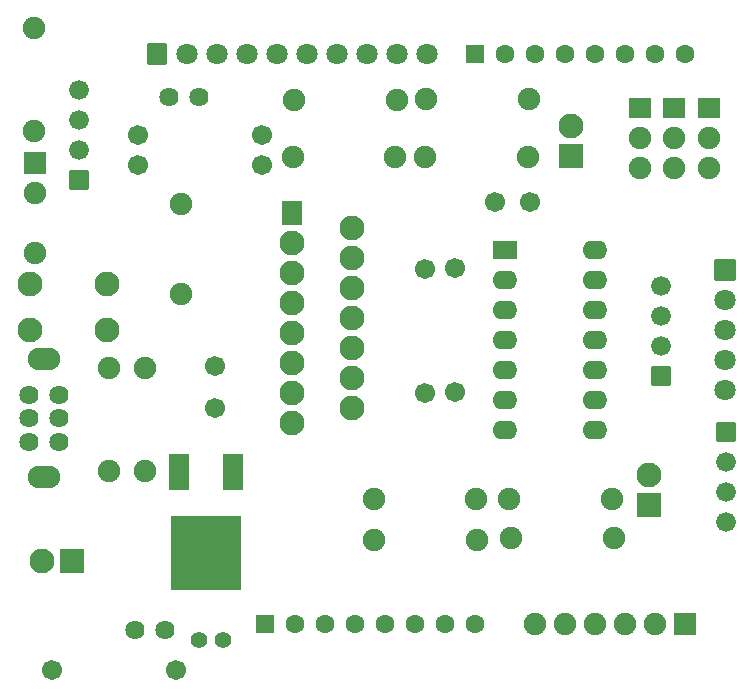
<source format=gts>
G04 Layer: TopSolderMaskLayer*
G04 EasyEDA v6.5.22, 2022-11-07 14:43:17*
G04 63209c1ceee94e1f90b91c566973135d,1dfdfe31e71b4ff6856625fdd89ee459,10*
G04 Gerber Generator version 0.2*
G04 Scale: 100 percent, Rotated: No, Reflected: No *
G04 Dimensions in millimeters *
G04 leading zeros omitted , absolute positions ,4 integer and 5 decimal *
%FSLAX45Y45*%
%MOMM*%

%AMMACRO1*1,1,$1,$2,$3*1,1,$1,$4,$5*1,1,$1,0-$2,0-$3*1,1,$1,0-$4,0-$5*20,1,$1,$2,$3,$4,$5,0*20,1,$1,$4,$5,0-$2,0-$3,0*20,1,$1,0-$2,0-$3,0-$4,0-$5,0*20,1,$1,0-$4,0-$5,$2,$3,0*4,1,4,$2,$3,$4,$5,0-$2,0-$3,0-$4,0-$5,$2,$3,0*%
%ADD10C,2.1016*%
%ADD11MACRO1,0.1016X1X-1X-1X-1*%
%ADD12C,1.4016*%
%ADD13C,1.9016*%
%ADD14MACRO1,0.1016X0.9X-0.9X-0.9X-0.9*%
%ADD15MACRO1,0.1016X-0.75X0.75X0.75X0.75*%
%ADD16C,1.6016*%
%ADD17C,1.8016*%
%ADD18MACRO1,0.1016X-0.7874X0.85X0.7874X0.85*%
%ADD19C,1.7016*%
%ADD20MACRO1,0.1016X0.9X0.9X0.9X-0.9*%
%ADD21MACRO1,0.1016X-1X-1X-1X1*%
%ADD22MACRO1,0.1016X-0.7874X-0.7874X-0.7874X0.7874*%
%ADD23C,1.6764*%
%ADD24MACRO1,0.1016X0.7874X0.7874X0.7874X-0.7874*%
%ADD25C,1.6256*%
%ADD26MACRO1,0.1016X0.9X0.7874X0.9X-0.7874*%
%ADD27MACRO1,0.1016X0.85X0.85X0.85X-0.85*%
%ADD28O,2.7516074X1.9015964*%
%ADD29MACRO1,0.1016X0.8X1X0.8X-1*%
%ADD30O,2.1015960000000002X1.6015970000000002*%
%ADD31MACRO1,0.1016X-1X0.75X1X0.75*%
%ADD32MACRO1,0.1016X-0.8X-1.5X-0.8X1.5*%
%ADD33MACRO1,0.1016X-2.9X-3.1X-2.9X3.1*%

%LPD*%
D10*
G01*
X749302Y1104900D03*
D11*
G01*
X1003302Y1104900D03*
D12*
G01*
X2084402Y431800D03*
G01*
X2284402Y431800D03*
D13*
G01*
X4927602Y571500D03*
G01*
X5181602Y571500D03*
G01*
X5435602Y571500D03*
G01*
X5689602Y571500D03*
G01*
X5943602Y571500D03*
D14*
G01*
X6197599Y571500D03*
D15*
G01*
X2641601Y571500D03*
D16*
G01*
X2895602Y571500D03*
G01*
X3149602Y571500D03*
G01*
X3403602Y571500D03*
G01*
X3657602Y571500D03*
G01*
X3911602Y571500D03*
G01*
X4165602Y571500D03*
G01*
X4419602Y571500D03*
D17*
G01*
X4013202Y5397500D03*
G01*
X3759202Y5397500D03*
G01*
X3505202Y5397500D03*
G01*
X3251202Y5397500D03*
G01*
X2997202Y5397500D03*
G01*
X2743202Y5397500D03*
G01*
X2489202Y5397500D03*
G01*
X2235202Y5397500D03*
G01*
X1981202Y5397500D03*
D18*
G01*
X1727199Y5397500D03*
D15*
G01*
X4419601Y5397500D03*
D16*
G01*
X4673602Y5397500D03*
G01*
X4927602Y5397500D03*
G01*
X5181602Y5397500D03*
G01*
X5435602Y5397500D03*
G01*
X5689602Y5397500D03*
G01*
X5943602Y5397500D03*
G01*
X6197602Y5397500D03*
D13*
G01*
X1926592Y4126382D03*
G01*
X1926592Y3366389D03*
D19*
G01*
X4887089Y4140200D03*
G01*
X4587090Y4140200D03*
D13*
G01*
X694692Y3708298D03*
G01*
X694692Y4216298D03*
D20*
G01*
X694695Y4470311D03*
D10*
G01*
X5226585Y4787798D03*
D21*
G01*
X5226588Y4533798D03*
D10*
G01*
X5892802Y1828800D03*
D21*
G01*
X5892802Y1574800D03*
D13*
G01*
X3756586Y5003698D03*
G01*
X2886585Y5003698D03*
G01*
X2873885Y4521098D03*
G01*
X3743886Y4521098D03*
G01*
X4004185Y5016398D03*
G01*
X4874186Y5016398D03*
G01*
X4867302Y4521200D03*
G01*
X3997302Y4521200D03*
G01*
X4429686Y1625498D03*
G01*
X3559685Y1625498D03*
G01*
X3565502Y1282700D03*
G01*
X4435502Y1282700D03*
G01*
X4708502Y1625600D03*
G01*
X5578502Y1625600D03*
G01*
X5591202Y1295400D03*
G01*
X4721202Y1295400D03*
G01*
X1316992Y2733598D03*
G01*
X1316992Y1863598D03*
G01*
X1621792Y2733598D03*
G01*
X1621792Y1863598D03*
D22*
G01*
X1062995Y4330598D03*
D23*
G01*
X1062992Y4584598D03*
G01*
X1062992Y4838598D03*
G01*
X1062992Y5092598D03*
D24*
G01*
X6540502Y2197100D03*
D23*
G01*
X6540502Y1943100D03*
G01*
X6540502Y1689100D03*
G01*
X6540502Y1435100D03*
D22*
G01*
X5988588Y2666898D03*
D23*
G01*
X5988585Y2920898D03*
G01*
X5988585Y3174898D03*
G01*
X5988585Y3428898D03*
D25*
G01*
X1790702Y520700D03*
G01*
X1536702Y520700D03*
G01*
X2078992Y5029098D03*
G01*
X1824992Y5029098D03*
D13*
G01*
X6396992Y4432198D03*
G01*
X6396992Y4686198D03*
D26*
G01*
X6396995Y4940198D03*
D13*
G01*
X6104892Y4432198D03*
G01*
X6104892Y4686198D03*
D26*
G01*
X6104895Y4940198D03*
D13*
G01*
X5812792Y4432198D03*
G01*
X5812792Y4686198D03*
D26*
G01*
X5812795Y4940198D03*
D27*
G01*
X6536695Y3568598D03*
D17*
G01*
X6536692Y3314598D03*
G01*
X6536692Y3060598D03*
G01*
X6536692Y2806598D03*
G01*
X6536692Y2552598D03*
D19*
G01*
X1883895Y177800D03*
G01*
X833909Y177800D03*
G01*
X1564693Y4711598D03*
G01*
X2614678Y4711598D03*
G01*
X2614678Y4457598D03*
G01*
X1564693Y4457598D03*
G01*
X3996692Y2522880D03*
G01*
X3996692Y3572891D03*
G01*
X4250692Y3585591D03*
G01*
X4250692Y2535580D03*
D10*
G01*
X1302895Y3056204D03*
G01*
X652909Y3056204D03*
G01*
X652909Y3446195D03*
G01*
X1302895Y3446195D03*
D25*
G01*
X893879Y2511298D03*
G01*
X893879Y2311298D03*
G01*
X893879Y2111298D03*
G01*
X643892Y2511298D03*
G01*
X643892Y2311298D03*
G01*
X643892Y2111298D03*
D28*
G01*
X768885Y2811297D03*
G01*
X768885Y1811299D03*
D10*
G01*
X2866392Y2273198D03*
G01*
X3374392Y2400198D03*
G01*
X2866392Y2527198D03*
G01*
X3374392Y2654198D03*
G01*
X2866392Y2781198D03*
G01*
X3374392Y2908198D03*
G01*
X2866392Y3035198D03*
G01*
X3374392Y3162198D03*
G01*
X2866392Y3289198D03*
G01*
X3374392Y3416198D03*
G01*
X2866392Y3543198D03*
G01*
X3374392Y3670198D03*
G01*
X2866392Y3797198D03*
G01*
X3374392Y3924198D03*
D29*
G01*
X2866395Y4051198D03*
D30*
G01*
X5435602Y2209800D03*
G01*
X5435602Y2463800D03*
G01*
X5435602Y2717800D03*
G01*
X5435602Y2971800D03*
G01*
X5435602Y3225800D03*
G01*
X5435602Y3479800D03*
G01*
X5435602Y3733800D03*
G01*
X4673602Y2209800D03*
G01*
X4673602Y2463800D03*
G01*
X4673602Y2717800D03*
G01*
X4673602Y2971800D03*
G01*
X4673602Y3225800D03*
G01*
X4673602Y3479800D03*
D31*
G01*
X4673602Y3733800D03*
D32*
G01*
X2371501Y1853598D03*
G01*
X1913488Y1853595D03*
D33*
G01*
X2142495Y1168793D03*
D19*
G01*
X2218692Y2402992D03*
G01*
X2218692Y2753004D03*
D13*
G01*
X681992Y4746498D03*
G01*
X681992Y5616498D03*
M02*

</source>
